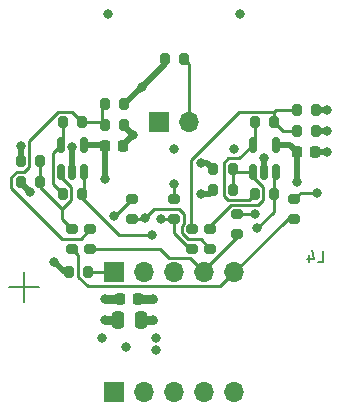
<source format=gbr>
%TF.GenerationSoftware,KiCad,Pcbnew,(6.0.10)*%
%TF.CreationDate,2023-02-07T20:48:56+01:00*%
%TF.ProjectId,JoystickAdapter,4a6f7973-7469-4636-9b41-646170746572,1.0*%
%TF.SameCoordinates,Original*%
%TF.FileFunction,Copper,L4,Bot*%
%TF.FilePolarity,Positive*%
%FSLAX46Y46*%
G04 Gerber Fmt 4.6, Leading zero omitted, Abs format (unit mm)*
G04 Created by KiCad (PCBNEW (6.0.10)) date 2023-02-07 20:48:56*
%MOMM*%
%LPD*%
G01*
G04 APERTURE LIST*
G04 Aperture macros list*
%AMRoundRect*
0 Rectangle with rounded corners*
0 $1 Rounding radius*
0 $2 $3 $4 $5 $6 $7 $8 $9 X,Y pos of 4 corners*
0 Add a 4 corners polygon primitive as box body*
4,1,4,$2,$3,$4,$5,$6,$7,$8,$9,$2,$3,0*
0 Add four circle primitives for the rounded corners*
1,1,$1+$1,$2,$3*
1,1,$1+$1,$4,$5*
1,1,$1+$1,$6,$7*
1,1,$1+$1,$8,$9*
0 Add four rect primitives between the rounded corners*
20,1,$1+$1,$2,$3,$4,$5,0*
20,1,$1+$1,$4,$5,$6,$7,0*
20,1,$1+$1,$6,$7,$8,$9,0*
20,1,$1+$1,$8,$9,$2,$3,0*%
G04 Aperture macros list end*
%TA.AperFunction,NonConductor*%
%ADD10C,0.200000*%
%TD*%
%ADD11C,0.150000*%
%TA.AperFunction,NonConductor*%
%ADD12C,0.150000*%
%TD*%
%TA.AperFunction,SMDPad,CuDef*%
%ADD13RoundRect,0.200000X0.275000X-0.200000X0.275000X0.200000X-0.275000X0.200000X-0.275000X-0.200000X0*%
%TD*%
%TA.AperFunction,ComponentPad*%
%ADD14R,1.700000X1.700000*%
%TD*%
%TA.AperFunction,ComponentPad*%
%ADD15O,1.700000X1.700000*%
%TD*%
%TA.AperFunction,SMDPad,CuDef*%
%ADD16RoundRect,0.150000X0.150000X-0.512500X0.150000X0.512500X-0.150000X0.512500X-0.150000X-0.512500X0*%
%TD*%
%TA.AperFunction,SMDPad,CuDef*%
%ADD17RoundRect,0.225000X0.225000X0.250000X-0.225000X0.250000X-0.225000X-0.250000X0.225000X-0.250000X0*%
%TD*%
%TA.AperFunction,SMDPad,CuDef*%
%ADD18RoundRect,0.200000X0.200000X0.275000X-0.200000X0.275000X-0.200000X-0.275000X0.200000X-0.275000X0*%
%TD*%
%TA.AperFunction,SMDPad,CuDef*%
%ADD19RoundRect,0.250000X-0.250000X-0.475000X0.250000X-0.475000X0.250000X0.475000X-0.250000X0.475000X0*%
%TD*%
%TA.AperFunction,SMDPad,CuDef*%
%ADD20RoundRect,0.200000X-0.200000X-0.275000X0.200000X-0.275000X0.200000X0.275000X-0.200000X0.275000X0*%
%TD*%
%TA.AperFunction,SMDPad,CuDef*%
%ADD21RoundRect,0.225000X-0.225000X-0.250000X0.225000X-0.250000X0.225000X0.250000X-0.225000X0.250000X0*%
%TD*%
%TA.AperFunction,ViaPad*%
%ADD22C,0.800000*%
%TD*%
%TA.AperFunction,Conductor*%
%ADD23C,0.250000*%
%TD*%
%TA.AperFunction,Conductor*%
%ADD24C,0.500000*%
%TD*%
%TA.AperFunction,Conductor*%
%ADD25C,0.800000*%
%TD*%
G04 APERTURE END LIST*
D10*
X102870000Y-107950000D02*
X105410000Y-107950000D01*
X104140000Y-106680000D02*
X104140000Y-109220000D01*
D11*
D12*
X128982214Y-105862380D02*
X129458404Y-105862380D01*
X129458404Y-104862380D01*
X128220309Y-105195714D02*
X128220309Y-105862380D01*
X128458404Y-104814761D02*
X128696500Y-105529047D01*
X128077452Y-105529047D01*
D13*
%TO.P,R14,1*%
%TO.N,/JOY_SANWA_Y_UP*%
X108204000Y-104711000D03*
%TO.P,R14,2*%
%TO.N,Net-(R14-Pad2)*%
X108204000Y-103061000D03*
%TD*%
D14*
%TO.P,J2,1,Pin_1*%
%TO.N,/JOY_SANWA_GND*%
X111760000Y-106680000D03*
D15*
%TO.P,J2,2,Pin_2*%
%TO.N,/JOY_SANWA_X_LEFT*%
X114300000Y-106680000D03*
%TO.P,J2,3,Pin_3*%
%TO.N,/JOY_SANWA_X_RIGHT*%
X116840000Y-106680000D03*
%TO.P,J2,4,Pin_4*%
%TO.N,/JOY_SANWA_Y_DOWN*%
X119380000Y-106680000D03*
%TO.P,J2,5,Pin_5*%
%TO.N,/JOY_SANWA_Y_UP*%
X121920000Y-106680000D03*
%TD*%
D14*
%TO.P,J3,1,Pin_1*%
%TO.N,GND*%
X115570000Y-93980000D03*
D15*
%TO.P,J3,2,Pin_2*%
%TO.N,Net-(J3-Pad2)*%
X118110000Y-93980000D03*
%TD*%
D13*
%TO.P,R13,1*%
%TO.N,/JOY_SANWA_Y_DOWN*%
X109728000Y-104711000D03*
%TO.P,R13,2*%
%TO.N,Net-(R13-Pad2)*%
X109728000Y-103061000D03*
%TD*%
D16*
%TO.P,U1,1*%
%TO.N,Net-(R25-Pad2)*%
X125410000Y-98165500D03*
%TO.P,U1,2,V-*%
%TO.N,GND*%
X124460000Y-98165500D03*
%TO.P,U1,3,+*%
%TO.N,Net-(R11-Pad2)*%
X123510000Y-98165500D03*
%TO.P,U1,4,-*%
%TO.N,Net-(R23-Pad2)*%
X123510000Y-95890500D03*
%TO.P,U1,5,V+*%
%TO.N,+5V*%
X125410000Y-95890500D03*
%TD*%
D17*
%TO.P,C2,1*%
%TO.N,GND*%
X128791000Y-96520000D03*
%TO.P,C2,2*%
%TO.N,+5V*%
X127241000Y-96520000D03*
%TD*%
D18*
%TO.P,R22,1*%
%TO.N,GND*%
X112585000Y-94234000D03*
%TO.P,R22,2*%
%TO.N,Net-(R13-Pad2)*%
X110935000Y-94234000D03*
%TD*%
D13*
%TO.P,R11,1*%
%TO.N,/JOY_SANWA_X_LEFT*%
X119888000Y-104711000D03*
%TO.P,R11,2*%
%TO.N,Net-(R11-Pad2)*%
X119888000Y-103061000D03*
%TD*%
D14*
%TO.P,J1,1,Pin_1*%
%TO.N,/JOY_KY023_GND*%
X111760000Y-116840000D03*
D15*
%TO.P,J1,2,Pin_2*%
%TO.N,/JOY_KY023_+5V*%
X114300000Y-116840000D03*
%TO.P,J1,3,Pin_3*%
%TO.N,JOY_KY023_X*%
X116840000Y-116840000D03*
%TO.P,J1,4,Pin_4*%
%TO.N,JOY_KY023_Y*%
X119380000Y-116840000D03*
%TO.P,J1,5,Pin_5*%
%TO.N,JOY_KY023_SW*%
X121920000Y-116840000D03*
%TD*%
D19*
%TO.P,C1,1*%
%TO.N,GND*%
X112080000Y-110744000D03*
%TO.P,C1,2*%
%TO.N,+5V*%
X113980000Y-110744000D03*
%TD*%
D20*
%TO.P,R26,1*%
%TO.N,Net-(R24-Pad2)*%
X107379000Y-100076000D03*
%TO.P,R26,2*%
%TO.N,Net-(R26-Pad2)*%
X109029000Y-100076000D03*
%TD*%
D13*
%TO.P,R7,1*%
%TO.N,/JOY_SANWA_X_RIGHT*%
X116840000Y-102171000D03*
%TO.P,R7,2*%
%TO.N,Net-(D3-Pad1)*%
X116840000Y-100521000D03*
%TD*%
D18*
%TO.P,R23,1*%
%TO.N,Net-(R12-Pad2)*%
X125285000Y-93980000D03*
%TO.P,R23,2*%
%TO.N,Net-(R23-Pad2)*%
X123635000Y-93980000D03*
%TD*%
%TO.P,R17,1*%
%TO.N,Net-(R14-Pad2)*%
X105473000Y-97282000D03*
%TO.P,R17,2*%
%TO.N,+5V*%
X103823000Y-97282000D03*
%TD*%
D13*
%TO.P,R9,1*%
%TO.N,/JOY_SANWA_Y_UP*%
X127000000Y-102171000D03*
%TO.P,R9,2*%
%TO.N,Net-(D5-Pad1)*%
X127000000Y-100521000D03*
%TD*%
%TO.P,R5,1*%
%TO.N,/JOY_SANWA_X_LEFT*%
X113284000Y-102171000D03*
%TO.P,R5,2*%
%TO.N,Net-(D2-Pad1)*%
X113284000Y-100521000D03*
%TD*%
D20*
%TO.P,R25,1*%
%TO.N,Net-(R23-Pad2)*%
X123635000Y-100076000D03*
%TO.P,R25,2*%
%TO.N,Net-(R25-Pad2)*%
X125285000Y-100076000D03*
%TD*%
%TO.P,R16,1*%
%TO.N,GND*%
X120145000Y-99700500D03*
%TO.P,R16,2*%
%TO.N,Net-(R11-Pad2)*%
X121795000Y-99700500D03*
%TD*%
D21*
%TO.P,C3,1*%
%TO.N,GND*%
X112255000Y-108966000D03*
%TO.P,C3,2*%
%TO.N,+5V*%
X113805000Y-108966000D03*
%TD*%
D18*
%TO.P,R20,1*%
%TO.N,GND*%
X128841000Y-94742000D03*
%TO.P,R20,2*%
%TO.N,Net-(R12-Pad2)*%
X127191000Y-94742000D03*
%TD*%
D20*
%TO.P,R21,1*%
%TO.N,Net-(R13-Pad2)*%
X110935000Y-92456000D03*
%TO.P,R21,2*%
%TO.N,+5V*%
X112585000Y-92456000D03*
%TD*%
%TO.P,R18,1*%
%TO.N,GND*%
X103823000Y-99060000D03*
%TO.P,R18,2*%
%TO.N,Net-(R14-Pad2)*%
X105473000Y-99060000D03*
%TD*%
%TO.P,R19,1*%
%TO.N,Net-(R12-Pad2)*%
X127191000Y-92964000D03*
%TO.P,R19,2*%
%TO.N,+5V*%
X128841000Y-92964000D03*
%TD*%
D18*
%TO.P,R24,1*%
%TO.N,Net-(R13-Pad2)*%
X109029000Y-93980000D03*
%TO.P,R24,2*%
%TO.N,Net-(R24-Pad2)*%
X107379000Y-93980000D03*
%TD*%
%TO.P,R15,1*%
%TO.N,Net-(R11-Pad2)*%
X121795000Y-97922500D03*
%TO.P,R15,2*%
%TO.N,+5V*%
X120145000Y-97922500D03*
%TD*%
D13*
%TO.P,R8,1*%
%TO.N,/JOY_SANWA_Y_DOWN*%
X122174000Y-103441000D03*
%TO.P,R8,2*%
%TO.N,Net-(D4-Pad1)*%
X122174000Y-101791000D03*
%TD*%
D18*
%TO.P,R4,1*%
%TO.N,Net-(J3-Pad2)*%
X117665000Y-88646000D03*
%TO.P,R4,2*%
%TO.N,+5V*%
X116015000Y-88646000D03*
%TD*%
D16*
%TO.P,U2,1*%
%TO.N,Net-(R26-Pad2)*%
X109154000Y-98165500D03*
%TO.P,U2,2,V-*%
%TO.N,GND*%
X108204000Y-98165500D03*
%TO.P,U2,3,+*%
%TO.N,Net-(R14-Pad2)*%
X107254000Y-98165500D03*
%TO.P,U2,4,-*%
%TO.N,Net-(R24-Pad2)*%
X107254000Y-95890500D03*
%TO.P,U2,5,V+*%
%TO.N,+5V*%
X109154000Y-95890500D03*
%TD*%
D18*
%TO.P,R10,1*%
%TO.N,/JOY_SANWA_GND*%
X109537000Y-106680000D03*
%TO.P,R10,2*%
%TO.N,GND*%
X107887000Y-106680000D03*
%TD*%
D17*
%TO.P,C4,1*%
%TO.N,GND*%
X112535000Y-96012000D03*
%TO.P,C4,2*%
%TO.N,+5V*%
X110985000Y-96012000D03*
%TD*%
D13*
%TO.P,R12,1*%
%TO.N,/JOY_SANWA_X_RIGHT*%
X118364000Y-104711000D03*
%TO.P,R12,2*%
%TO.N,Net-(R12-Pad2)*%
X118364000Y-103061000D03*
%TD*%
D22*
%TO.N,+5V*%
X114076000Y-90965000D03*
%TO.N,/JOY_SANWA_X_RIGHT*%
X115712000Y-102210000D03*
%TO.N,Net-(R26-Pad2)*%
X114966000Y-103564000D03*
%TO.N,Net-(R25-Pad2)*%
X123875000Y-102967000D03*
%TO.N,/JOY_SANWA_X_LEFT*%
X114397400Y-102066000D03*
%TO.N,Net-(D5-Pad1)*%
X128903000Y-99967200D03*
%TO.N,Net-(D4-Pad1)*%
X123644000Y-101791000D03*
%TO.N,Net-(D3-Pad1)*%
X116840000Y-99185900D03*
%TO.N,Net-(D2-Pad1)*%
X111760000Y-101952000D03*
%TO.N,+5V*%
X129794000Y-92964000D03*
X115062000Y-110744000D03*
X110998000Y-98806000D03*
X116840000Y-96266000D03*
X115316000Y-113284000D03*
X121920000Y-96266000D03*
X119114000Y-97405000D03*
X127254000Y-99060000D03*
X115062000Y-108966000D03*
X115316000Y-112268000D03*
X103824000Y-96012000D03*
%TO.N,GND*%
X129794000Y-94742000D03*
X122428000Y-84836000D03*
X129794000Y-96520000D03*
X106680000Y-105801000D03*
X110998000Y-108966000D03*
X124460000Y-97028000D03*
X110998000Y-110744000D03*
X110744000Y-112268000D03*
X111252000Y-84836000D03*
X119079000Y-100024000D03*
X108204000Y-96106800D03*
X112776000Y-113030000D03*
X113365000Y-95082800D03*
X104604000Y-99888800D03*
%TD*%
D23*
%TO.N,/JOY_SANWA_Y_UP*%
X108712000Y-105219000D02*
X108204000Y-104711000D01*
X108712000Y-107072462D02*
X108712000Y-105219000D01*
X109494538Y-107855000D02*
X108712000Y-107072462D01*
X120745000Y-107855000D02*
X109494538Y-107855000D01*
X121920000Y-106680000D02*
X120745000Y-107855000D01*
%TO.N,/JOY_SANWA_Y_DOWN*%
X115633000Y-104711000D02*
X109728000Y-104711000D01*
X116427000Y-105505000D02*
X115633000Y-104711000D01*
X118205000Y-105505000D02*
X116427000Y-105505000D01*
X119380000Y-106680000D02*
X118205000Y-105505000D01*
%TO.N,/JOY_SANWA_X_RIGHT*%
X118160142Y-104711000D02*
X118364000Y-104711000D01*
X116840000Y-103390858D02*
X118160142Y-104711000D01*
X116840000Y-102210000D02*
X116840000Y-103390858D01*
%TO.N,/JOY_SANWA_X_LEFT*%
X115117400Y-101346000D02*
X114397400Y-102066000D01*
X117232462Y-101346000D02*
X115117400Y-101346000D01*
X117640000Y-101753538D02*
X117232462Y-101346000D01*
X117640000Y-102588462D02*
X117640000Y-101753538D01*
X117480231Y-102748231D02*
X117640000Y-102588462D01*
X117480231Y-103394693D02*
X117480231Y-102748231D01*
X117971538Y-103886000D02*
X117480231Y-103394693D01*
X119063000Y-103886000D02*
X117971538Y-103886000D01*
X119888000Y-104711000D02*
X119063000Y-103886000D01*
%TO.N,Net-(R26-Pad2)*%
X112200000Y-103564000D02*
X109029000Y-100393000D01*
X114966000Y-103564000D02*
X112200000Y-103564000D01*
X109029000Y-100393000D02*
X109029000Y-100076000D01*
D24*
%TO.N,GND*%
X107559000Y-106680000D02*
X106680000Y-105801000D01*
X107887000Y-106680000D02*
X107559000Y-106680000D01*
D23*
%TO.N,/JOY_SANWA_GND*%
X111760000Y-106680000D02*
X109537000Y-106680000D01*
%TO.N,/JOY_SANWA_Y_UP*%
X121920000Y-106680000D02*
X126429000Y-102171000D01*
X126429000Y-102171000D02*
X127000000Y-102171000D01*
%TO.N,Net-(R14-Pad2)*%
X108204000Y-103061000D02*
X107347000Y-102204000D01*
X107347000Y-102204000D02*
X107347000Y-101331000D01*
%TO.N,Net-(R13-Pad2)*%
X103049000Y-99540900D02*
X107347000Y-103839000D01*
X108950000Y-103839000D02*
X109728000Y-103061000D01*
X107347000Y-103839000D02*
X108950000Y-103839000D01*
D24*
%TO.N,+5V*%
X112585000Y-92456000D02*
X114076000Y-90965000D01*
X114076000Y-90965000D02*
X116015000Y-89026000D01*
D23*
%TO.N,Net-(J3-Pad2)*%
X118110000Y-89091000D02*
X118110000Y-93980000D01*
%TO.N,Net-(R12-Pad2)*%
X122305000Y-93154500D02*
X118276000Y-97182700D01*
X118276000Y-97182700D02*
X118276000Y-102974000D01*
%TO.N,/JOY_SANWA_X_RIGHT*%
X116840000Y-102210000D02*
X115712000Y-102210000D01*
%TO.N,Net-(R26-Pad2)*%
X109154000Y-99951000D02*
X109029000Y-100076000D01*
X109154000Y-98165500D02*
X109154000Y-99951000D01*
%TO.N,Net-(R25-Pad2)*%
X125285000Y-101557000D02*
X123875000Y-102967000D01*
X125285000Y-100076000D02*
X125285000Y-101557000D01*
X125285000Y-98290500D02*
X125285000Y-100076000D01*
X125410000Y-98165500D02*
X125285000Y-98290500D01*
%TO.N,Net-(R24-Pad2)*%
X107379000Y-95765500D02*
X107254000Y-95890500D01*
X107379000Y-93980000D02*
X107379000Y-95765500D01*
X106560000Y-99257500D02*
X107379000Y-100076000D01*
X106560000Y-96584000D02*
X106560000Y-99257500D01*
X107254000Y-95890500D02*
X106560000Y-96584000D01*
%TO.N,Net-(R23-Pad2)*%
X123635000Y-95765500D02*
X123510000Y-95890500D01*
X123635000Y-93980000D02*
X123635000Y-95765500D01*
X122344000Y-97056400D02*
X123510000Y-95890500D01*
X121416000Y-97056400D02*
X122344000Y-97056400D01*
X121035000Y-97437600D02*
X121416000Y-97056400D01*
X121035000Y-100222000D02*
X121035000Y-97437600D01*
X121354000Y-100542000D02*
X121035000Y-100222000D01*
X123169000Y-100542000D02*
X121354000Y-100542000D01*
X123635000Y-100076000D02*
X123169000Y-100542000D01*
%TO.N,Net-(R14-Pad2)*%
X105473000Y-99060000D02*
X105473000Y-97282000D01*
X107254000Y-98641600D02*
X107254000Y-98165500D01*
X108107000Y-99494800D02*
X107254000Y-98641600D01*
X108107000Y-100571000D02*
X108107000Y-99494800D01*
X107347000Y-101331000D02*
X108107000Y-100571000D01*
X105473000Y-99456900D02*
X105473000Y-99060000D01*
X107347000Y-101331000D02*
X105473000Y-99456900D01*
%TO.N,Net-(R13-Pad2)*%
X109029000Y-93980000D02*
X110681000Y-93980000D01*
X110681000Y-92710000D02*
X110681000Y-93980000D01*
X110935000Y-92456000D02*
X110681000Y-92710000D01*
X110681000Y-93980000D02*
X110935000Y-94234000D01*
X103049000Y-98606000D02*
X103049000Y-99540900D01*
X103484000Y-98171000D02*
X103049000Y-98606000D01*
X104153000Y-98171000D02*
X103484000Y-98171000D01*
X104549000Y-97774800D02*
X104153000Y-98171000D01*
X104549000Y-95576100D02*
X104549000Y-97774800D01*
X106982000Y-93143400D02*
X104549000Y-95576100D01*
X108192000Y-93143400D02*
X106982000Y-93143400D01*
X109029000Y-93980000D02*
X108192000Y-93143400D01*
%TO.N,Net-(R12-Pad2)*%
X125285000Y-93154500D02*
X125285000Y-93980000D01*
X125476000Y-92964000D02*
X125285000Y-93154500D01*
X127191000Y-92964000D02*
X125476000Y-92964000D01*
X126047000Y-94742000D02*
X125285000Y-93980000D01*
X127191000Y-94742000D02*
X126047000Y-94742000D01*
X118276000Y-102974000D02*
X118364000Y-103061000D01*
X125285000Y-93154500D02*
X122305000Y-93154500D01*
%TO.N,Net-(R11-Pad2)*%
X121795000Y-98165500D02*
X121795000Y-99700500D01*
X123510000Y-98641600D02*
X123510000Y-98165500D01*
X124374000Y-99506000D02*
X123510000Y-98641600D01*
X124374000Y-100568000D02*
X124374000Y-99506000D01*
X123950000Y-100992000D02*
X124374000Y-100568000D01*
X121682000Y-100992000D02*
X123950000Y-100992000D01*
X119888000Y-102786000D02*
X121682000Y-100992000D01*
X119888000Y-103061000D02*
X119888000Y-102786000D01*
X121795000Y-97922500D02*
X121795000Y-98165500D01*
X121795000Y-98165500D02*
X123510000Y-98165500D01*
%TO.N,Net-(J3-Pad2)*%
X117665000Y-88646000D02*
X118110000Y-89091000D01*
%TO.N,/JOY_SANWA_X_LEFT*%
X114292400Y-102171000D02*
X114397400Y-102066000D01*
X113284000Y-102171000D02*
X114292400Y-102171000D01*
%TO.N,/JOY_SANWA_X_RIGHT*%
X116840000Y-102171000D02*
X116840000Y-102210000D01*
%TO.N,/JOY_SANWA_Y_DOWN*%
X119380000Y-106680000D02*
X119380000Y-106653700D01*
X122174000Y-103699500D02*
X119299900Y-106573600D01*
X122174000Y-103441000D02*
X122174000Y-103699500D01*
X119380000Y-106653700D02*
X119299900Y-106573600D01*
%TO.N,Net-(D5-Pad1)*%
X127554000Y-99967200D02*
X128903000Y-99967200D01*
X127000000Y-100521000D02*
X127554000Y-99967200D01*
%TO.N,Net-(D4-Pad1)*%
X122174000Y-101791000D02*
X123644000Y-101791000D01*
%TO.N,Net-(D3-Pad1)*%
X116840000Y-100521000D02*
X116840000Y-99185900D01*
%TO.N,Net-(D2-Pad1)*%
X111853000Y-101952000D02*
X111760000Y-101952000D01*
X113284000Y-100521000D02*
X111853000Y-101952000D01*
D24*
%TO.N,+5V*%
X128841000Y-92964000D02*
X129794000Y-92964000D01*
D25*
X113805000Y-108966000D02*
X115062000Y-108966000D01*
D24*
X103823000Y-96013400D02*
X103824000Y-96012000D01*
X103823000Y-97282000D02*
X103823000Y-96013400D01*
X126612000Y-95890500D02*
X127241000Y-96520000D01*
X125410000Y-95890500D02*
X126612000Y-95890500D01*
X116015000Y-89026000D02*
X116015000Y-88646000D01*
X110985000Y-98793000D02*
X110998000Y-98806000D01*
X110985000Y-96012000D02*
X110985000Y-98793000D01*
D25*
X113980000Y-110744000D02*
X115062000Y-110744000D01*
D24*
X119628000Y-97405000D02*
X120145000Y-97922500D01*
X119114000Y-97405000D02*
X119628000Y-97405000D01*
X127241000Y-99047000D02*
X127254000Y-99060000D01*
X127241000Y-96520000D02*
X127241000Y-99047000D01*
X110864000Y-95890500D02*
X110985000Y-96012000D01*
X109154000Y-95890500D02*
X110864000Y-95890500D01*
D25*
%TO.N,GND*%
X112080000Y-110744000D02*
X110998000Y-110744000D01*
D24*
X108204000Y-96106800D02*
X108204000Y-98165500D01*
D25*
X112255000Y-108966000D02*
X110998000Y-108966000D01*
D24*
X124460000Y-98165500D02*
X124460000Y-97028000D01*
X128841000Y-94742000D02*
X129794000Y-94742000D01*
X128791000Y-96520000D02*
X129794000Y-96520000D01*
X103823000Y-99107900D02*
X103823000Y-99060000D01*
X104604000Y-99888800D02*
X103823000Y-99107900D01*
X119822000Y-100024000D02*
X120145000Y-99700500D01*
X119079000Y-100024000D02*
X119822000Y-100024000D01*
X112585000Y-94303100D02*
X112585000Y-94234000D01*
X113365000Y-95082800D02*
X112585000Y-94303100D01*
X112535000Y-95912500D02*
X112535000Y-96012000D01*
X113365000Y-95082800D02*
X112535000Y-95912500D01*
%TD*%
M02*

</source>
